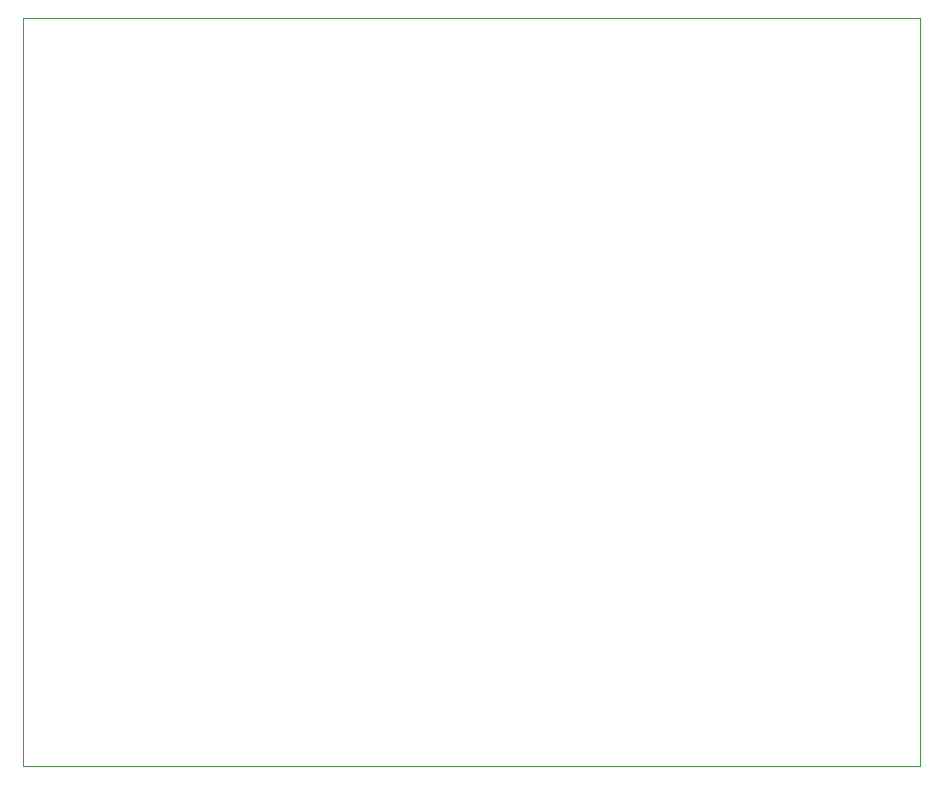
<source format=gbr>
%TF.GenerationSoftware,KiCad,Pcbnew,8.0.4*%
%TF.CreationDate,2024-12-10T19:57:11+05:30*%
%TF.ProjectId,controller-v3,636f6e74-726f-46c6-9c65-722d76332e6b,rev?*%
%TF.SameCoordinates,Original*%
%TF.FileFunction,Profile,NP*%
%FSLAX46Y46*%
G04 Gerber Fmt 4.6, Leading zero omitted, Abs format (unit mm)*
G04 Created by KiCad (PCBNEW 8.0.4) date 2024-12-10 19:57:11*
%MOMM*%
%LPD*%
G01*
G04 APERTURE LIST*
%TA.AperFunction,Profile*%
%ADD10C,0.050000*%
%TD*%
G04 APERTURE END LIST*
D10*
X89600000Y-82800000D02*
X165600000Y-82800000D01*
X165600000Y-146100000D01*
X89600000Y-146100000D01*
X89600000Y-82800000D01*
M02*

</source>
